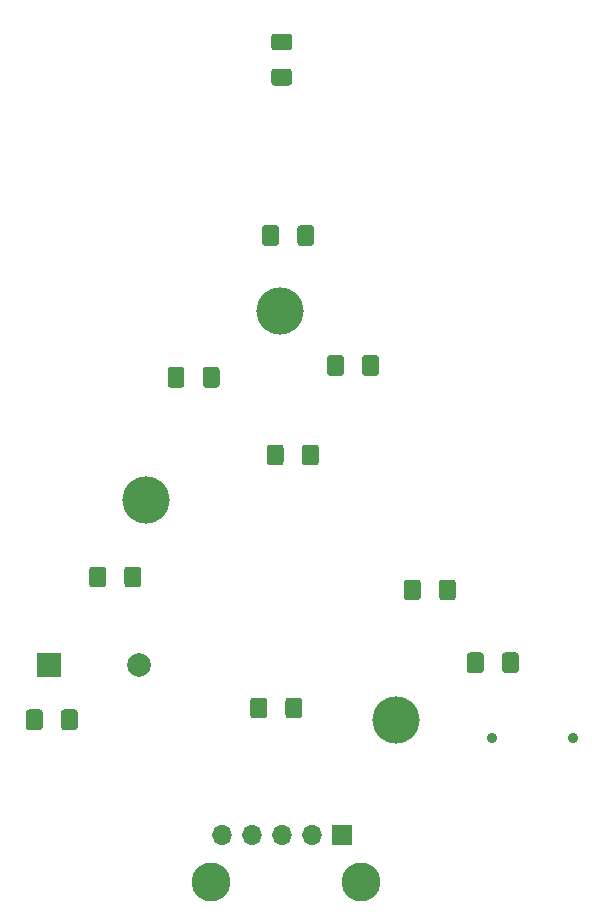
<source format=gbr>
%TF.GenerationSoftware,KiCad,Pcbnew,(5.1.10)-1*%
%TF.CreationDate,2021-11-23T17:51:28-05:00*%
%TF.ProjectId,Electronics Club,456c6563-7472-46f6-9e69-637320436c75,rev?*%
%TF.SameCoordinates,Original*%
%TF.FileFunction,Soldermask,Top*%
%TF.FilePolarity,Negative*%
%FSLAX46Y46*%
G04 Gerber Fmt 4.6, Leading zero omitted, Abs format (unit mm)*
G04 Created by KiCad (PCBNEW (5.1.10)-1) date 2021-11-23 17:51:28*
%MOMM*%
%LPD*%
G01*
G04 APERTURE LIST*
%ADD10C,3.300000*%
%ADD11R,2.000000X2.000000*%
%ADD12C,2.000000*%
%ADD13C,0.900000*%
%ADD14C,4.000000*%
%ADD15R,1.700000X1.700000*%
%ADD16O,1.700000X1.700000*%
G04 APERTURE END LIST*
D10*
%TO.C,BT1*%
X176009300Y-127774700D03*
X188709300Y-127774700D03*
%TD*%
D11*
%TO.C,BZ1*%
X162255200Y-109372400D03*
D12*
X169855200Y-109372400D03*
%TD*%
%TO.C,D1*%
G36*
G01*
X181340600Y-55900900D02*
X182590600Y-55900900D01*
G75*
G02*
X182840600Y-56150900I0J-250000D01*
G01*
X182840600Y-57075900D01*
G75*
G02*
X182590600Y-57325900I-250000J0D01*
G01*
X181340600Y-57325900D01*
G75*
G02*
X181090600Y-57075900I0J250000D01*
G01*
X181090600Y-56150900D01*
G75*
G02*
X181340600Y-55900900I250000J0D01*
G01*
G37*
G36*
G01*
X181340600Y-58875900D02*
X182590600Y-58875900D01*
G75*
G02*
X182840600Y-59125900I0J-250000D01*
G01*
X182840600Y-60050900D01*
G75*
G02*
X182590600Y-60300900I-250000J0D01*
G01*
X181340600Y-60300900D01*
G75*
G02*
X181090600Y-60050900I0J250000D01*
G01*
X181090600Y-59125900D01*
G75*
G02*
X181340600Y-58875900I250000J0D01*
G01*
G37*
%TD*%
%TO.C,D2*%
G36*
G01*
X163287500Y-114625000D02*
X163287500Y-113375000D01*
G75*
G02*
X163537500Y-113125000I250000J0D01*
G01*
X164462500Y-113125000D01*
G75*
G02*
X164712500Y-113375000I0J-250000D01*
G01*
X164712500Y-114625000D01*
G75*
G02*
X164462500Y-114875000I-250000J0D01*
G01*
X163537500Y-114875000D01*
G75*
G02*
X163287500Y-114625000I0J250000D01*
G01*
G37*
G36*
G01*
X160312500Y-114625000D02*
X160312500Y-113375000D01*
G75*
G02*
X160562500Y-113125000I250000J0D01*
G01*
X161487500Y-113125000D01*
G75*
G02*
X161737500Y-113375000I0J-250000D01*
G01*
X161737500Y-114625000D01*
G75*
G02*
X161487500Y-114875000I-250000J0D01*
G01*
X160562500Y-114875000D01*
G75*
G02*
X160312500Y-114625000I0J250000D01*
G01*
G37*
%TD*%
%TO.C,D3*%
G36*
G01*
X172312500Y-85625000D02*
X172312500Y-84375000D01*
G75*
G02*
X172562500Y-84125000I250000J0D01*
G01*
X173487500Y-84125000D01*
G75*
G02*
X173737500Y-84375000I0J-250000D01*
G01*
X173737500Y-85625000D01*
G75*
G02*
X173487500Y-85875000I-250000J0D01*
G01*
X172562500Y-85875000D01*
G75*
G02*
X172312500Y-85625000I0J250000D01*
G01*
G37*
G36*
G01*
X175287500Y-85625000D02*
X175287500Y-84375000D01*
G75*
G02*
X175537500Y-84125000I250000J0D01*
G01*
X176462500Y-84125000D01*
G75*
G02*
X176712500Y-84375000I0J-250000D01*
G01*
X176712500Y-85625000D01*
G75*
G02*
X176462500Y-85875000I-250000J0D01*
G01*
X175537500Y-85875000D01*
G75*
G02*
X175287500Y-85625000I0J250000D01*
G01*
G37*
%TD*%
%TO.C,D4*%
G36*
G01*
X193737500Y-102375000D02*
X193737500Y-103625000D01*
G75*
G02*
X193487500Y-103875000I-250000J0D01*
G01*
X192562500Y-103875000D01*
G75*
G02*
X192312500Y-103625000I0J250000D01*
G01*
X192312500Y-102375000D01*
G75*
G02*
X192562500Y-102125000I250000J0D01*
G01*
X193487500Y-102125000D01*
G75*
G02*
X193737500Y-102375000I0J-250000D01*
G01*
G37*
G36*
G01*
X196712500Y-102375000D02*
X196712500Y-103625000D01*
G75*
G02*
X196462500Y-103875000I-250000J0D01*
G01*
X195537500Y-103875000D01*
G75*
G02*
X195287500Y-103625000I0J250000D01*
G01*
X195287500Y-102375000D01*
G75*
G02*
X195537500Y-102125000I250000J0D01*
G01*
X196462500Y-102125000D01*
G75*
G02*
X196712500Y-102375000I0J-250000D01*
G01*
G37*
%TD*%
%TO.C,D5*%
G36*
G01*
X180700100Y-92202600D02*
X180700100Y-90952600D01*
G75*
G02*
X180950100Y-90702600I250000J0D01*
G01*
X181875100Y-90702600D01*
G75*
G02*
X182125100Y-90952600I0J-250000D01*
G01*
X182125100Y-92202600D01*
G75*
G02*
X181875100Y-92452600I-250000J0D01*
G01*
X180950100Y-92452600D01*
G75*
G02*
X180700100Y-92202600I0J250000D01*
G01*
G37*
G36*
G01*
X183675100Y-92202600D02*
X183675100Y-90952600D01*
G75*
G02*
X183925100Y-90702600I250000J0D01*
G01*
X184850100Y-90702600D01*
G75*
G02*
X185100100Y-90952600I0J-250000D01*
G01*
X185100100Y-92202600D01*
G75*
G02*
X184850100Y-92452600I-250000J0D01*
G01*
X183925100Y-92452600D01*
G75*
G02*
X183675100Y-92202600I0J250000D01*
G01*
G37*
%TD*%
%TO.C,D6*%
G36*
G01*
X199072200Y-108544200D02*
X199072200Y-109794200D01*
G75*
G02*
X198822200Y-110044200I-250000J0D01*
G01*
X197897200Y-110044200D01*
G75*
G02*
X197647200Y-109794200I0J250000D01*
G01*
X197647200Y-108544200D01*
G75*
G02*
X197897200Y-108294200I250000J0D01*
G01*
X198822200Y-108294200D01*
G75*
G02*
X199072200Y-108544200I0J-250000D01*
G01*
G37*
G36*
G01*
X202047200Y-108544200D02*
X202047200Y-109794200D01*
G75*
G02*
X201797200Y-110044200I-250000J0D01*
G01*
X200872200Y-110044200D01*
G75*
G02*
X200622200Y-109794200I0J250000D01*
G01*
X200622200Y-108544200D01*
G75*
G02*
X200872200Y-108294200I250000J0D01*
G01*
X201797200Y-108294200D01*
G75*
G02*
X202047200Y-108544200I0J-250000D01*
G01*
G37*
%TD*%
%TO.C,D7*%
G36*
G01*
X165679700Y-102529800D02*
X165679700Y-101279800D01*
G75*
G02*
X165929700Y-101029800I250000J0D01*
G01*
X166854700Y-101029800D01*
G75*
G02*
X167104700Y-101279800I0J-250000D01*
G01*
X167104700Y-102529800D01*
G75*
G02*
X166854700Y-102779800I-250000J0D01*
G01*
X165929700Y-102779800D01*
G75*
G02*
X165679700Y-102529800I0J250000D01*
G01*
G37*
G36*
G01*
X168654700Y-102529800D02*
X168654700Y-101279800D01*
G75*
G02*
X168904700Y-101029800I250000J0D01*
G01*
X169829700Y-101029800D01*
G75*
G02*
X170079700Y-101279800I0J-250000D01*
G01*
X170079700Y-102529800D01*
G75*
G02*
X169829700Y-102779800I-250000J0D01*
G01*
X168904700Y-102779800D01*
G75*
G02*
X168654700Y-102529800I0J250000D01*
G01*
G37*
%TD*%
%TO.C,D8*%
G36*
G01*
X181737500Y-72375000D02*
X181737500Y-73625000D01*
G75*
G02*
X181487500Y-73875000I-250000J0D01*
G01*
X180562500Y-73875000D01*
G75*
G02*
X180312500Y-73625000I0J250000D01*
G01*
X180312500Y-72375000D01*
G75*
G02*
X180562500Y-72125000I250000J0D01*
G01*
X181487500Y-72125000D01*
G75*
G02*
X181737500Y-72375000I0J-250000D01*
G01*
G37*
G36*
G01*
X184712500Y-72375000D02*
X184712500Y-73625000D01*
G75*
G02*
X184462500Y-73875000I-250000J0D01*
G01*
X183537500Y-73875000D01*
G75*
G02*
X183287500Y-73625000I0J250000D01*
G01*
X183287500Y-72375000D01*
G75*
G02*
X183537500Y-72125000I250000J0D01*
G01*
X184462500Y-72125000D01*
G75*
G02*
X184712500Y-72375000I0J-250000D01*
G01*
G37*
%TD*%
%TO.C,D9*%
G36*
G01*
X190200000Y-83375000D02*
X190200000Y-84625000D01*
G75*
G02*
X189950000Y-84875000I-250000J0D01*
G01*
X189025000Y-84875000D01*
G75*
G02*
X188775000Y-84625000I0J250000D01*
G01*
X188775000Y-83375000D01*
G75*
G02*
X189025000Y-83125000I250000J0D01*
G01*
X189950000Y-83125000D01*
G75*
G02*
X190200000Y-83375000I0J-250000D01*
G01*
G37*
G36*
G01*
X187225000Y-83375000D02*
X187225000Y-84625000D01*
G75*
G02*
X186975000Y-84875000I-250000J0D01*
G01*
X186050000Y-84875000D01*
G75*
G02*
X185800000Y-84625000I0J250000D01*
G01*
X185800000Y-83375000D01*
G75*
G02*
X186050000Y-83125000I250000J0D01*
G01*
X186975000Y-83125000D01*
G75*
G02*
X187225000Y-83375000I0J-250000D01*
G01*
G37*
%TD*%
%TO.C,D10*%
G36*
G01*
X182287500Y-113625000D02*
X182287500Y-112375000D01*
G75*
G02*
X182537500Y-112125000I250000J0D01*
G01*
X183462500Y-112125000D01*
G75*
G02*
X183712500Y-112375000I0J-250000D01*
G01*
X183712500Y-113625000D01*
G75*
G02*
X183462500Y-113875000I-250000J0D01*
G01*
X182537500Y-113875000D01*
G75*
G02*
X182287500Y-113625000I0J250000D01*
G01*
G37*
G36*
G01*
X179312500Y-113625000D02*
X179312500Y-112375000D01*
G75*
G02*
X179562500Y-112125000I250000J0D01*
G01*
X180487500Y-112125000D01*
G75*
G02*
X180737500Y-112375000I0J-250000D01*
G01*
X180737500Y-113625000D01*
G75*
G02*
X180487500Y-113875000I-250000J0D01*
G01*
X179562500Y-113875000D01*
G75*
G02*
X179312500Y-113625000I0J250000D01*
G01*
G37*
%TD*%
D13*
%TO.C,SW1*%
X206600000Y-115570000D03*
X199800000Y-115570000D03*
%TD*%
D14*
%TO.C,TP1*%
X181813200Y-79349600D03*
%TD*%
%TO.C,TP2*%
X170510200Y-95351600D03*
%TD*%
%TO.C,TP3*%
X191643000Y-113995200D03*
%TD*%
D15*
%TO.C,J1*%
X187083700Y-123736100D03*
D16*
X184543700Y-123736100D03*
X182003700Y-123736100D03*
X179463700Y-123736100D03*
X176923700Y-123736100D03*
%TD*%
M02*

</source>
